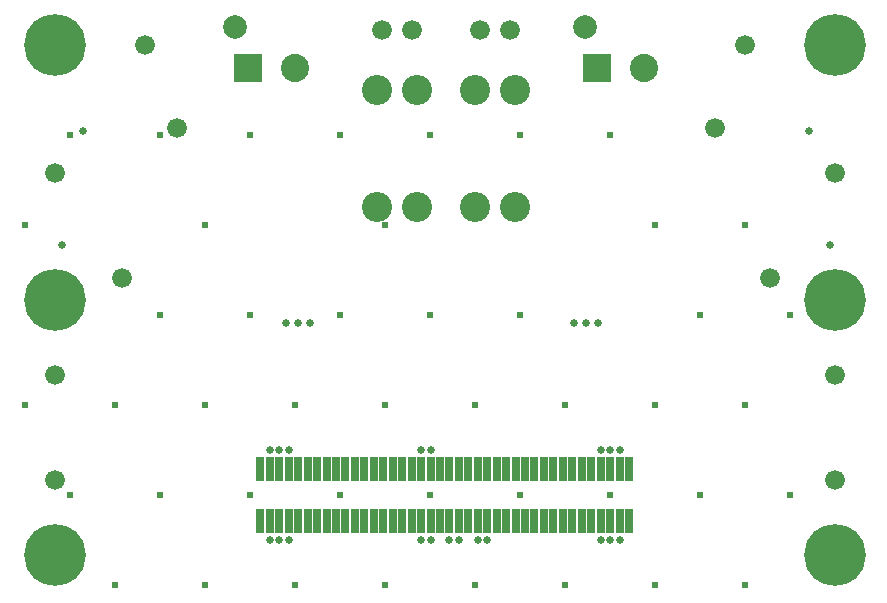
<source format=gbs>
G04*
G04 #@! TF.GenerationSoftware,Altium Limited,Altium Designer,24.2.2 (26)*
G04*
G04 Layer_Color=16711935*
%FSLAX44Y44*%
%MOMM*%
G71*
G04*
G04 #@! TF.SameCoordinates,D0D0D645-F3CD-4B60-A7FA-FB90DE8E9CDF*
G04*
G04*
G04 #@! TF.FilePolarity,Negative*
G04*
G01*
G75*
%ADD24R,0.6500X2.1500*%
%ADD35C,2.5500*%
%ADD36C,1.6740*%
%ADD37C,2.0100*%
%ADD38R,2.3900X2.3900*%
%ADD39C,2.3900*%
%ADD40C,5.2300*%
%ADD41C,0.6072*%
%ADD53C,0.6556*%
D24*
X156000Y-295050D02*
D03*
Y-251050D02*
D03*
X148000Y-295050D02*
D03*
Y-251050D02*
D03*
X140000Y-295050D02*
D03*
Y-251050D02*
D03*
X132000Y-295050D02*
D03*
Y-251050D02*
D03*
X124000Y-295050D02*
D03*
Y-251050D02*
D03*
X116000Y-295050D02*
D03*
Y-251050D02*
D03*
X108000Y-295050D02*
D03*
Y-251050D02*
D03*
X100000Y-295050D02*
D03*
Y-251050D02*
D03*
X92000Y-295050D02*
D03*
Y-251050D02*
D03*
X84000Y-295050D02*
D03*
Y-251050D02*
D03*
X76000Y-295050D02*
D03*
Y-251050D02*
D03*
X68000Y-295050D02*
D03*
Y-251050D02*
D03*
X60000Y-295050D02*
D03*
Y-251050D02*
D03*
X52000Y-295050D02*
D03*
Y-251050D02*
D03*
X44000Y-295050D02*
D03*
Y-251050D02*
D03*
X36000Y-295050D02*
D03*
Y-251050D02*
D03*
X28000Y-295050D02*
D03*
Y-251050D02*
D03*
X20000Y-295050D02*
D03*
Y-251050D02*
D03*
X12000Y-295050D02*
D03*
Y-251050D02*
D03*
X4000Y-295050D02*
D03*
Y-251050D02*
D03*
X-4000Y-295050D02*
D03*
Y-251050D02*
D03*
X-12000Y-295050D02*
D03*
Y-251050D02*
D03*
X-20000Y-295050D02*
D03*
Y-251050D02*
D03*
X-28000Y-295050D02*
D03*
Y-251050D02*
D03*
X-36000Y-295050D02*
D03*
Y-251050D02*
D03*
X-44000Y-295050D02*
D03*
Y-251050D02*
D03*
X-52000Y-295050D02*
D03*
Y-251050D02*
D03*
X-60000Y-295050D02*
D03*
Y-251050D02*
D03*
X-68000Y-295050D02*
D03*
Y-251050D02*
D03*
X-76000Y-295050D02*
D03*
Y-251050D02*
D03*
X-84000Y-295050D02*
D03*
Y-251050D02*
D03*
X-92000Y-295050D02*
D03*
Y-251050D02*
D03*
X-100000Y-295050D02*
D03*
Y-251050D02*
D03*
X-108000Y-295050D02*
D03*
Y-251050D02*
D03*
X-116000Y-295050D02*
D03*
Y-251050D02*
D03*
X-124000Y-295050D02*
D03*
Y-251050D02*
D03*
X-132000Y-295050D02*
D03*
Y-251050D02*
D03*
X-140000Y-295050D02*
D03*
Y-251050D02*
D03*
X-148000Y-295050D02*
D03*
Y-251050D02*
D03*
X-156000Y-295050D02*
D03*
Y-251050D02*
D03*
D35*
X59400Y69850D02*
D03*
X25400D02*
D03*
X59400Y-29350D02*
D03*
X25400D02*
D03*
X-57150D02*
D03*
X-23150Y-29350D02*
D03*
X-57150Y69850D02*
D03*
X-23150Y69850D02*
D03*
D36*
X-273050Y-88900D02*
D03*
X275300D02*
D03*
X29700Y120650D02*
D03*
X55100D02*
D03*
X-52850Y120650D02*
D03*
X-27450D02*
D03*
X228600Y38100D02*
D03*
X-226350D02*
D03*
X254000Y107950D02*
D03*
X-254000D02*
D03*
X-330200Y-260350D02*
D03*
X330200Y0D02*
D03*
X-330200D02*
D03*
Y-171450D02*
D03*
X330200Y-260350D02*
D03*
Y-171450D02*
D03*
D37*
X118450Y122900D02*
D03*
X-177400D02*
D03*
D38*
X129250Y88900D02*
D03*
X-166600D02*
D03*
D39*
X168850D02*
D03*
X-127000D02*
D03*
D40*
X330200Y107950D02*
D03*
X-330200D02*
D03*
Y-107950D02*
D03*
Y-323850D02*
D03*
X330200D02*
D03*
Y-107950D02*
D03*
D41*
X254000Y-44450D02*
D03*
X292100Y-120650D02*
D03*
X254000Y-196850D02*
D03*
X292100Y-273050D02*
D03*
X254000Y-349250D02*
D03*
X177800Y-44450D02*
D03*
X215900Y-120650D02*
D03*
X177800Y-196850D02*
D03*
X215900Y-273050D02*
D03*
X177800Y-349250D02*
D03*
X139700Y31750D02*
D03*
X101600Y-196850D02*
D03*
X139700Y-273050D02*
D03*
X101600Y-349250D02*
D03*
X63500Y31750D02*
D03*
Y-120650D02*
D03*
X25400Y-196850D02*
D03*
X63500Y-273050D02*
D03*
X25400Y-349250D02*
D03*
X-12700Y31750D02*
D03*
X-50800Y-44450D02*
D03*
X-12700Y-120650D02*
D03*
X-50800Y-196850D02*
D03*
X-12700Y-273050D02*
D03*
X-50800Y-349250D02*
D03*
X-88900Y31750D02*
D03*
Y-120650D02*
D03*
X-127000Y-196850D02*
D03*
X-88900Y-273050D02*
D03*
X-127000Y-349250D02*
D03*
X-165100Y31750D02*
D03*
X-203200Y-44450D02*
D03*
X-165100Y-120650D02*
D03*
X-203200Y-196850D02*
D03*
X-165100Y-273050D02*
D03*
X-203200Y-349250D02*
D03*
X-241300Y31750D02*
D03*
Y-120650D02*
D03*
X-279400Y-196850D02*
D03*
X-241300Y-273050D02*
D03*
X-279400Y-349250D02*
D03*
X-317500Y31750D02*
D03*
X-355600Y-44450D02*
D03*
Y-196850D02*
D03*
X-317500Y-273050D02*
D03*
D53*
X-12000Y-311150D02*
D03*
X36000D02*
D03*
X28001D02*
D03*
X-132000D02*
D03*
X-140000D02*
D03*
X-147999D02*
D03*
X12000D02*
D03*
X4001D02*
D03*
X-20000D02*
D03*
X148000D02*
D03*
X140000D02*
D03*
X132001D02*
D03*
X147999Y-234950D02*
D03*
X140000D02*
D03*
X132000D02*
D03*
X-12000D02*
D03*
X-20001D02*
D03*
X-148000Y-234950D02*
D03*
X-140000D02*
D03*
X-132000D02*
D03*
X-306500Y34925D02*
D03*
X308500Y35200D02*
D03*
X-134330Y-127000D02*
D03*
X-114010D02*
D03*
X-124170D02*
D03*
X119380D02*
D03*
X129540D02*
D03*
X109220D02*
D03*
X326100Y-60960D02*
D03*
X-323850Y-60960D02*
D03*
M02*

</source>
